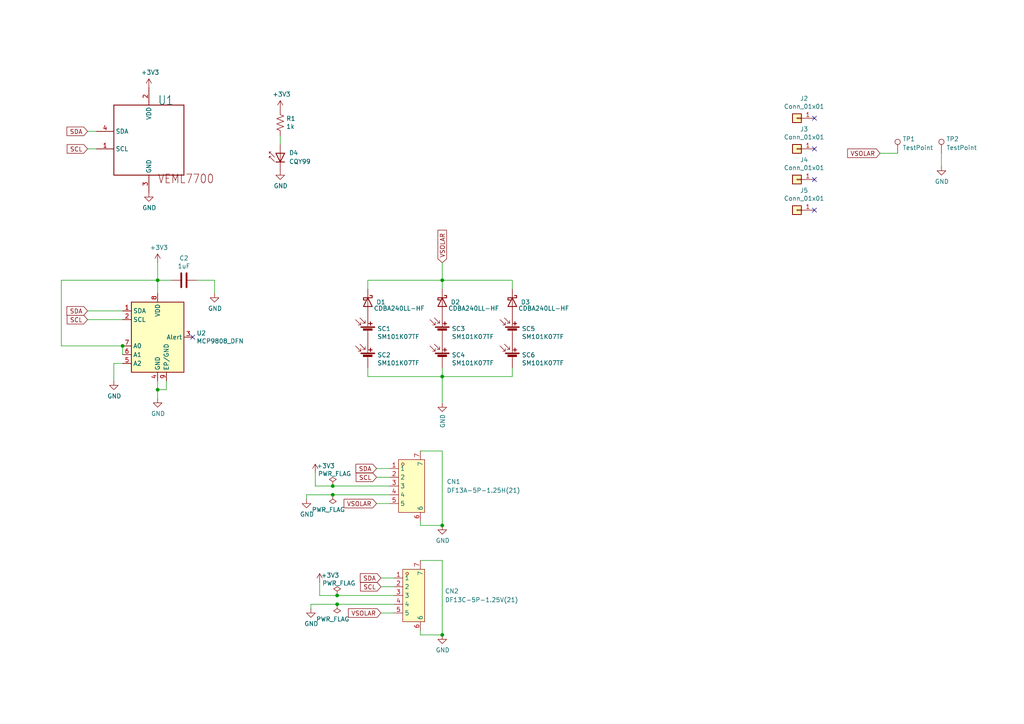
<source format=kicad_sch>
(kicad_sch (version 20250114) (generator "eeschema") (generator_version "9.0")
  (paper "A4")
  (title_block (title "XY Solar Panel Board") (date "2023-03-19") (rev "V3") (company "CPP BroncoSpace"))
  (lib_symbols
    (symbol "Adafruit VEML7700-eagle-import:VEML7700"
      (property "Reference" "IC" (at 2.54 10.16 0))
      (symbol "VEML7700_1_0"
        (polyline (pts (xy -10.16 10.16) (xy 10.16 10.16)) (stroke (width 0.254)))
        (polyline (pts (xy -10.16 -10.16) (xy -10.16 10.16)) (stroke (width 0.254)))
        (polyline (pts (xy 10.16 10.16) (xy 10.16 -10.16)) (stroke (width 0.254)))
        (polyline (pts (xy 10.16 -10.16) (xy -10.16 -10.16)) (stroke (width 0.254)))
        (text "VEML7700" (at 2.54 -12.7 0) (effects (font (size 2.54 2.159)) (justify left bottom)))
        (pin bidirectional line (at -15.24 2.54 0) (length 5.08) (name "SDA") (number "4"))
        (pin bidirectional line (at -15.24 -2.54 0) (length 5.08) (name "SCL") (number "1"))
        (pin power_in line (at 0 15.24 270) (length 5.08) (name "VDD") (number "2"))
        (pin power_in line (at 0 -15.24 90) (length 5.08) (name "GND") (number "3"))
      )
    )
    (symbol "Connector:TestPoint" (pin_numbers (hide yes)) (pin_names (offset 0.762) (hide yes))
      (property "Reference" "TP" (at 0 6.858 0))
      (property "Value" "TestPoint" (at 0 5.08 0))
      (symbol "TestPoint_0_1"
        (circle (center 0 3.302) (radius 0.762))
      )
      (symbol "TestPoint_1_1"
        (pin passive line (at 0 0 90) (length 2.54) (name "1") (number "1"))
      )
    )
    (symbol "Connector_Generic:Conn_01x01" (pin_names (offset 1.016) (hide yes))
      (property "Reference" "J" (at 0 2.54 0))
      (property "Value" "Conn_01x01" (at 0 -2.54 0))
      (symbol "Conn_01x01_1_1"
        (rectangle (start -1.27 1.27) (end 1.27 -1.27) (stroke (width 0.254)) (fill (type background)))
        (rectangle (start -1.27 0.127) (end 0 -0.127) (stroke (width 0.1524)))
        (pin passive line (at -5.08 0 0) (length 3.81) (name "Pin_1") (number "1"))
      )
    )
    (symbol "Device:C" (pin_numbers (hide yes)) (pin_names (offset 0.254))
      (property "Reference" "C" (at 0.635 2.54 0))
      (property "Value" "C" (at 0.635 -2.54 0))
      (symbol "C_0_1"
        (polyline (pts (xy -2.032 0.762) (xy 2.032 0.762)) (stroke (width 0.508)))
        (polyline (pts (xy -2.032 -0.762) (xy 2.032 -0.762)) (stroke (width 0.508)))
      )
      (symbol "C_1_1"
        (pin passive line (at 0 3.81 270) (length 2.794) (name "~") (number "1"))
        (pin passive line (at 0 -3.81 90) (length 2.794) (name "~") (number "2"))
      )
    )
    (symbol "Device:D_Schottky" (pin_numbers (hide yes)) (pin_names (offset 1.016) (hide yes))
      (property "Reference" "D" (at 0 2.54 0))
      (property "Value" "D_Schottky" (at 0 -2.54 0))
      (symbol "D_Schottky_0_1"
        (polyline (pts (xy -1.905 0.635) (xy -1.905 1.27) (xy -1.27 1.27) (xy -1.27 -1.27) (xy -0.635 -1.27) (xy -0.635 -0.635)) (stroke (width 0.254)))
        (polyline (pts (xy 1.27 1.27) (xy 1.27 -1.27) (xy -1.27 0) (xy 1.27 1.27)) (stroke (width 0.254)))
        (polyline (pts (xy 1.27 0) (xy -1.27 0)))
      )
      (symbol "D_Schottky_1_1"
        (pin passive line (at -3.81 0 0) (length 2.54) (name "K") (number "1"))
        (pin passive line (at 3.81 0 180) (length 2.54) (name "A") (number "2"))
      )
    )
    (symbol "Device:R_US" (pin_numbers (hide yes)) (pin_names (offset 0))
      (property "Reference" "R" (at 2.54 0 90))
      (property "Value" "R_US" (at -2.54 0 90))
      (symbol "R_US_0_1"
        (polyline (pts (xy 0 2.286) (xy 0 2.54)))
        (polyline (pts (xy 0 2.286) (xy 1.016 1.905) (xy 0 1.524) (xy -1.016 1.143) (xy 0 0.762)))
        (polyline (pts (xy 0 0.762) (xy 1.016 0.381) (xy 0 0) (xy -1.016 -0.381) (xy 0 -0.762)))
        (polyline (pts (xy 0 -0.762) (xy 1.016 -1.143) (xy 0 -1.524) (xy -1.016 -1.905) (xy 0 -2.286)))
        (polyline (pts (xy 0 -2.286) (xy 0 -2.54)))
      )
      (symbol "R_US_1_1"
        (pin passive line (at 0 3.81 270) (length 1.27) (name "~") (number "1"))
        (pin passive line (at 0 -3.81 90) (length 1.27) (name "~") (number "2"))
      )
    )
    (symbol "Device:Solar_Cell" (pin_numbers (hide yes)) (pin_names (offset 0) (hide yes))
      (property "Reference" "SC" (at 2.54 2.54 0))
      (property "Value" "Solar_Cell" (at 2.54 0 0))
      (symbol "Solar_Cell_0_1"
        (polyline (pts (xy -2.032 3.048) (xy -2.032 2.286) (xy -2.794 2.286)))
        (polyline (pts (xy -2.032 2.286) (xy -3.556 3.81)))
        (rectangle (start -2.032 1.778) (end 2.032 1.524) (fill (type outline)))
        (rectangle (start -1.3208 1.1938) (end 1.27 0.6858) (fill (type outline)))
        (polyline (pts (xy -0.762 3.556) (xy -0.762 2.794) (xy -1.524 2.794)))
        (polyline (pts (xy -0.762 2.794) (xy -2.286 4.318)))
        (polyline (pts (xy 0 1.778) (xy 0 2.54)))
        (polyline (pts (xy 0 0.762) (xy 0 0)))
        (polyline (pts (xy 0.254 2.667) (xy 1.27 2.667)) (stroke (width 0.254)))
        (polyline (pts (xy 0.762 3.175) (xy 0.762 2.159)) (stroke (width 0.254)))
      )
      (symbol "Solar_Cell_1_1"
        (pin passive line (at 0 5.08 270) (length 2.54) (name "+") (number "1"))
        (pin passive line (at 0 -2.54 90) (length 2.54) (name "-") (number "2"))
      )
    )
    (symbol "LED:CQY99" (pin_numbers (hide yes)) (pin_names (offset 1.016) (hide yes))
      (property "Reference" "D" (at 0.508 1.778 0))
      (property "Value" "CQY99" (at -1.016 -2.794 0))
      (symbol "CQY99_0_1"
        (polyline (pts (xy -2.54 1.27) (xy -2.54 -1.27)) (stroke (width 0.254)))
        (polyline (pts (xy -2.413 1.651) (xy -0.889 3.175) (xy -0.889 2.667) (xy -0.889 3.175) (xy -1.397 3.175)))
        (polyline (pts (xy -1.143 1.651) (xy 0.381 3.175) (xy 0.381 2.667)))
        (polyline (pts (xy 0 0) (xy -2.54 0)))
        (polyline (pts (xy 0 -1.27) (xy -2.54 0) (xy 0 1.27) (xy 0 -1.27)) (stroke (width 0.254)))
        (polyline (pts (xy 0.381 3.175) (xy -0.127 3.175)))
      )
      (symbol "CQY99_1_1"
        (pin passive line (at -5.08 0 0) (length 2.54) (name "K") (number "1"))
        (pin passive line (at 2.54 0 180) (length 2.54) (name "A") (number "2"))
      )
    )
    (symbol "Sensor_Temperature:MCP9808_DFN"
      (property "Reference" "U" (at -6.35 11.43 0))
      (property "Value" "MCP9808_DFN" (at 10.16 11.43 0))
      (symbol "MCP9808_DFN_0_1"
        (rectangle (start -7.62 10.16) (end 7.62 -10.16) (stroke (width 0.254)) (fill (type background)))
      )
      (symbol "MCP9808_DFN_1_1"
        (pin bidirectional line (at -10.16 7.62 0) (length 2.54) (name "SDA") (number "1"))
        (pin input line (at -10.16 5.08 0) (length 2.54) (name "SCL") (number "2"))
        (pin input line (at -10.16 -2.54 0) (length 2.54) (name "A0") (number "7"))
        (pin input line (at -10.16 -5.08 0) (length 2.54) (name "A1") (number "6"))
        (pin input line (at -10.16 -7.62 0) (length 2.54) (name "A2") (number "5"))
        (pin power_in line (at 0 12.7 270) (length 2.54) (name "VDD") (number "8"))
        (pin power_in line (at 0 -12.7 90) (length 2.54) (name "GND") (number "4"))
        (pin power_in line (at 2.54 -12.7 90) (length 2.54) (name "EP/GND") (number "9"))
        (pin output line (at 10.16 0 180) (length 2.54) (name "Alert") (number "3"))
      )
    )
    (symbol "easyeda2kicad:DF13A-5P-1.25H(21)"
      (property "Reference" "CN" (at 0 15.24 0))
      (property "Value" "DF13A-5P-1.25H(21)" (at 0 -15.24 0))
      (symbol "DF13A-5P-1.25H(21)_0_1"
        (rectangle (start -2.54 7.62) (end 5.08 -7.62) (fill (type background)))
        (circle (center -1.27 6.35) (radius 0.38))
        (pin unspecified line (at -5.08 5.08 0) (length 2.54) (name "1") (number "1"))
        (pin unspecified line (at -5.08 2.54 0) (length 2.54) (name "2") (number "2"))
        (pin unspecified line (at -5.08 0 0) (length 2.54) (name "3") (number "3"))
        (pin unspecified line (at -5.08 -2.54 0) (length 2.54) (name "4") (number "4"))
        (pin unspecified line (at -5.08 -5.08 0) (length 2.54) (name "5") (number "5"))
        (pin unspecified line (at 3.81 10.16 270) (length 2.54) (name "7") (number "7"))
        (pin unspecified line (at 3.81 -10.16 90) (length 2.54) (name "6") (number "6"))
      )
    )
    (symbol "easyeda2kicad:DF13C-5P-1.25V(21)"
      (property "Reference" "CN" (at 0 13.97 0))
      (property "Value" "DF13C-5P-1.25V(21)" (at 0 -16.51 0))
      (symbol "DF13C-5P-1.25V(21)_0_1"
        (rectangle (start -5.08 6.35) (end 1.27 -8.89) (fill (type background)))
        (circle (center -3.81 5.08) (radius 0.38))
        (pin unspecified line (at -7.62 3.81 0) (length 2.54) (name "1") (number "1"))
        (pin unspecified line (at -7.62 1.27 0) (length 2.54) (name "2") (number "2"))
        (pin unspecified line (at -7.62 -1.27 0) (length 2.54) (name "3") (number "3"))
        (pin unspecified line (at -7.62 -3.81 0) (length 2.54) (name "4") (number "4"))
        (pin unspecified line (at -7.62 -6.35 0) (length 2.54) (name "5") (number "5"))
        (pin unspecified line (at 0 8.89 270) (length 2.54) (name "7") (number "7"))
        (pin unspecified line (at 0 -11.43 90) (length 2.54) (name "6") (number "6"))
      )
    )
    (symbol "power:GND" (power) (pin_names (offset 0))
      (property "Value" "GND" (at 0 -3.81 0))
      (symbol "GND_0_1"
        (polyline (pts (xy 0 0) (xy 0 -1.27) (xy 1.27 -1.27) (xy 0 -2.54) (xy -1.27 -1.27) (xy 0 -1.27)))
      )
      (symbol "GND_1_1"
        (pin power_in line (at 0 0 270) (length 0) (hide yes) (name "GND") (number "1"))
      )
    )
    (symbol "power:PWR_FLAG" (power) (pin_numbers (hide yes)) (pin_names (offset 0) (hide yes))
      (property "Value" "PWR_FLAG" (at 0 3.81 0))
      (symbol "PWR_FLAG_0_0"
        (pin power_out line (at 0 0 90) (length 0) (name "pwr") (number "1"))
      )
      (symbol "PWR_FLAG_0_1"
        (polyline (pts (xy 0 0) (xy 0 1.27) (xy -1.016 1.905) (xy 0 2.54) (xy 1.016 1.905) (xy 0 1.27)))
      )
    )
    (symbol "solar-panel-NoCutout-rescue:+3.3V-power" (power) (pin_names (offset 0))
      (property "Value" "+3.3V-power" (at 0 3.556 0))
      (symbol "+3.3V-power_0_1"
        (polyline (pts (xy -0.762 1.27) (xy 0 2.54)))
        (polyline (pts (xy 0 2.54) (xy 0.762 1.27)))
        (polyline (pts (xy 0 0) (xy 0 2.54)))
      )
      (symbol "+3.3V-power_1_1"
        (pin power_in line (at 0 0 90) (length 0) (hide yes) (name "+3V3") (number "1"))
      )
    )
    (symbol "solar-panel-side-Z-rescue:+3.3V-power" (power) (pin_names (offset 0))
      (property "Value" "+3.3V-power" (at 0 3.556 0))
      (symbol "+3.3V-power_0_1"
        (polyline (pts (xy -0.762 1.27) (xy 0 2.54)))
        (polyline (pts (xy 0 2.54) (xy 0.762 1.27)))
        (polyline (pts (xy 0 0) (xy 0 2.54)))
      )
      (symbol "+3.3V-power_1_1"
        (pin power_in line (at 0 0 90) (length 0) (hide yes) (name "+3V3") (number "1"))
      )
    )
  )
  (junction (at 45.72 81.28))
  (junction (at 128.27 184.15))
  (junction (at 96.52 140.97))
  (junction (at 128.27 152.4))
  (junction (at 35.56 100.33))
  (junction (at 96.52 143.51))
  (junction (at 128.27 109.22))
  (junction (at 97.79 175.26))
  (junction (at 128.27 81.28))
  (junction (at 97.79 172.72))
  (junction (at 45.72 113.03))
  (no_connect (at 236.22 34.29))
  (no_connect (at 236.22 43.18))
  (no_connect (at 236.22 60.96))
  (no_connect (at 55.88 97.79))
  (no_connect (at 236.22 52.07))
  (wire (pts (xy 114.3 177.8) (xy 110.49 177.8)))
  (wire (pts (xy 45.72 76.2) (xy 45.72 81.28)))
  (wire (pts (xy 45.72 81.28) (xy 49.53 81.28)))
  (wire (pts (xy 97.79 172.72) (xy 92.71 172.72)))
  (wire (pts (xy 106.68 81.28) (xy 106.68 83.82)))
  (wire (pts (xy 35.56 105.41) (xy 33.02 105.41)))
  (wire (pts (xy 113.03 143.51) (xy 96.52 143.51)))
  (wire (pts (xy 25.4 92.71) (xy 35.56 92.71)))
  (wire (pts (xy 106.68 109.22) (xy 106.68 106.68)))
  (wire (pts (xy 90.17 176.53) (xy 90.17 175.26)))
  (wire (pts (xy 96.52 140.97) (xy 91.44 140.97)))
  (wire (pts (xy 113.03 135.89) (xy 109.22 135.89)))
  (wire (pts (xy 260.35 44.45) (xy 255.27 44.45)))
  (wire (pts (xy 113.03 138.43) (xy 109.22 138.43)))
  (wire (pts (xy 35.56 100.33) (xy 17.78 100.33)))
  (wire (pts (xy 121.92 182.88) (xy 121.92 184.15)))
  (wire (pts (xy 114.3 167.64) (xy 110.49 167.64)))
  (wire (pts (xy 27.94 38.1) (xy 25.4 38.1)))
  (wire (pts (xy 91.44 140.97) (xy 91.44 137.16)))
  (wire (pts (xy 45.72 110.49) (xy 45.72 113.03)))
  (wire (pts (xy 25.4 90.17) (xy 35.56 90.17)))
  (wire (pts (xy 128.27 81.28) (xy 148.59 81.28)))
  (wire (pts (xy 121.92 130.81) (xy 128.27 130.81)))
  (wire (pts (xy 35.56 100.33) (xy 35.56 102.87)))
  (wire (pts (xy 57.15 81.28) (xy 62.23 81.28)))
  (wire (pts (xy 113.03 146.05) (xy 109.22 146.05)))
  (wire (pts (xy 128.27 130.81) (xy 128.27 152.4)))
  (wire (pts (xy 48.26 113.03) (xy 45.72 113.03)))
  (wire (pts (xy 114.3 172.72) (xy 97.79 172.72)))
  (wire (pts (xy 121.92 162.56) (xy 128.27 162.56)))
  (wire (pts (xy 81.28 41.91) (xy 81.28 39.37)))
  (wire (pts (xy 106.68 81.28) (xy 128.27 81.28)))
  (wire (pts (xy 48.26 110.49) (xy 48.26 113.03)))
  (wire (pts (xy 97.79 175.26) (xy 90.17 175.26)))
  (wire (pts (xy 62.23 81.28) (xy 62.23 85.09)))
  (wire (pts (xy 45.72 113.03) (xy 45.72 115.57)))
  (wire (pts (xy 113.03 140.97) (xy 96.52 140.97)))
  (wire (pts (xy 128.27 109.22) (xy 148.59 109.22)))
  (wire (pts (xy 121.92 152.4) (xy 128.27 152.4)))
  (wire (pts (xy 273.05 44.45) (xy 273.05 48.26)))
  (wire (pts (xy 128.27 83.82) (xy 128.27 81.28)))
  (wire (pts (xy 33.02 105.41) (xy 33.02 110.49)))
  (wire (pts (xy 121.92 151.13) (xy 121.92 152.4)))
  (wire (pts (xy 17.78 81.28) (xy 45.72 81.28)))
  (wire (pts (xy 148.59 83.82) (xy 148.59 81.28)))
  (wire (pts (xy 96.52 143.51) (xy 88.9 143.51)))
  (wire (pts (xy 88.9 144.78) (xy 88.9 143.51)))
  (wire (pts (xy 106.68 109.22) (xy 128.27 109.22)))
  (wire (pts (xy 25.4 43.18) (xy 27.94 43.18)))
  (wire (pts (xy 114.3 170.18) (xy 110.49 170.18)))
  (wire (pts (xy 128.27 109.22) (xy 128.27 106.68)))
  (wire (pts (xy 92.71 172.72) (xy 92.71 168.91)))
  (wire (pts (xy 128.27 162.56) (xy 128.27 184.15)))
  (wire (pts (xy 45.72 81.28) (xy 45.72 85.09)))
  (wire (pts (xy 148.59 109.22) (xy 148.59 106.68)))
  (wire (pts (xy 121.92 184.15) (xy 128.27 184.15)))
  (wire (pts (xy 128.27 81.28) (xy 128.27 76.2)))
  (wire (pts (xy 17.78 100.33) (xy 17.78 81.28)))
  (wire (pts (xy 128.27 116.84) (xy 128.27 109.22)))
  (wire (pts (xy 114.3 175.26) (xy 97.79 175.26)))
  (global_label "SDA" (shape input) (at 110.49 167.64 180) (property "Intersheetrefs" "${INTERSHEET_REFS}" (effects (hide yes))))
  (global_label "VSOLAR" (shape input) (at 128.27 76.2 90) (property "Intersheetrefs" "${INTERSHEET_REFS}" (effects (hide yes))))
  (global_label "VSOLAR" (shape input) (at 255.27 44.45 180) (property "Intersheetrefs" "${INTERSHEET_REFS}" (effects (hide yes))))
  (global_label "SDA" (shape input) (at 25.4 38.1 180) (property "Intersheetrefs" "${INTERSHEET_REFS}" (effects (hide yes))))
  (global_label "VSOLAR" (shape input) (at 109.22 146.05 180) (property "Intersheetrefs" "${INTERSHEET_REFS}" (effects (hide yes))))
  (global_label "SDA" (shape input) (at 109.22 135.89 180) (property "Intersheetrefs" "${INTERSHEET_REFS}" (effects (hide yes))))
  (global_label "SCL" (shape input) (at 25.4 92.71 180) (property "Intersheetrefs" "${INTERSHEET_REFS}" (effects (hide yes))))
  (global_label "SCL" (shape input) (at 109.22 138.43 180) (property "Intersheetrefs" "${INTERSHEET_REFS}" (effects (hide yes))))
  (global_label "SCL" (shape input) (at 25.4 43.18 180) (property "Intersheetrefs" "${INTERSHEET_REFS}" (effects (hide yes))))
  (global_label "VSOLAR" (shape input) (at 110.49 177.8 180) (property "Intersheetrefs" "${INTERSHEET_REFS}" (effects (hide yes))))
  (global_label "SDA" (shape input) (at 25.4 90.17 180) (property "Intersheetrefs" "${INTERSHEET_REFS}" (effects (hide yes))))
  (global_label "SCL" (shape input) (at 110.49 170.18 180) (property "Intersheetrefs" "${INTERSHEET_REFS}" (effects (hide yes))))
  (symbol (lib_id "Connector_Generic:Conn_01x01") (at 231.14 34.29 180) (unit 1)
    (property "Reference" "J2" (at 233.2228 28.575 0))
    (property "Value" "Conn_01x01" (at 233.2228 30.8864 0))
    (property "Footprint" "SolarPanelBoards:MountingHoles" (effects (hide yes)))
  )
  (symbol (lib_id "Connector_Generic:Conn_01x01") (at 231.14 43.18 180) (unit 1)
    (property "Reference" "J3" (at 233.2228 37.465 0))
    (property "Value" "Conn_01x01" (at 233.2228 39.7764 0))
    (property "Footprint" "SolarPanelBoards:MountingHoles" (effects (hide yes)))
  )
  (symbol (lib_id "Connector_Generic:Conn_01x01") (at 231.14 52.07 180) (unit 1)
    (property "Reference" "J4" (at 233.2228 46.355 0))
    (property "Value" "Conn_01x01" (at 233.2228 48.6664 0))
    (property "Footprint" "SolarPanelBoards:MountingHoles" (effects (hide yes)))
  )
  (symbol (lib_id "Connector_Generic:Conn_01x01") (at 231.14 60.96 180) (unit 1)
    (property "Reference" "J5" (at 233.2228 55.245 0))
    (property "Value" "Conn_01x01" (at 233.2228 57.5564 0))
    (property "Footprint" "SolarPanelBoards:MountingHoles" (effects (hide yes)))
  )
  (symbol (lib_id "power:GND") (at 88.9 144.78 0) (unit 1)
    (property "Reference" "#PWR0109" (effects (hide yes)))
    (property "Value" "GND" (at 89.027 149.1742 0))
  )
  (symbol (lib_id "power:GND") (at 81.28 49.53 0) (unit 1)
    (property "Reference" "#PWR0107" (effects (hide yes)))
    (property "Value" "GND" (at 81.407 53.9242 0))
  )
  (symbol (lib_id "Device:Solar_Cell") (at 128.27 104.14 0) (unit 1)
    (property "Reference" "SC4" (at 131.0132 102.9716 0) (effects (justify left)))
    (property "Value" "SM101K07TF" (at 131.0132 105.283 0) (effects (justify left)))
    (property "Footprint" "SolarPanelBoards:KXOB101K08F-TR" (effects (hide yes)))
  )
  (symbol (lib_id "power:GND") (at 45.72 115.57 0) (unit 1)
    (property "Reference" "#PWR0116" (effects (hide yes)))
    (property "Value" "GND" (at 45.847 119.9642 0))
  )
  (symbol (lib_id "power:PWR_FLAG") (at 96.52 140.97 0) (unit 1)
    (property "Reference" "#FLG0105" (effects (hide yes)))
    (property "Value" "PWR_FLAG" (at 97.028 137.414 0))
  )
  (symbol (lib_id "solar-panel-NoCutout-rescue:+3.3V-power") (at 91.44 137.16 0) (unit 1)
    (property "Reference" "#PWR0122" (effects (hide yes)))
    (property "Value" "+3V3" (at 94.488 135.128 0))
  )
  (symbol (lib_id "Device:Solar_Cell") (at 106.68 104.14 0) (unit 1)
    (property "Reference" "SC2" (at 109.4232 102.9716 0) (effects (justify left)))
    (property "Value" "SM101K07TF" (at 109.4232 105.283 0) (effects (justify left)))
    (property "Footprint" "SolarPanelBoards:KXOB101K08F-TR" (effects (hide yes)))
  )
  (symbol (lib_id "power:GND") (at 90.17 176.53 0) (unit 1)
    (property "Reference" "#PWR0110" (effects (hide yes)))
    (property "Value" "GND" (at 90.297 180.9242 0))
  )
  (symbol (lib_id "solar-panel-side-Z-rescue:+3.3V-power") (at 43.18 25.4 0) (unit 1)
    (property "Reference" "#PWR0101" (effects (hide yes)))
    (property "Value" "+3V3" (at 43.561 21.0058 0))
  )
  (symbol (lib_id "Device:D_Schottky") (at 148.59 87.63 270) (unit 1)
    (property "Reference" "D3" (at 152.4 87.63 90))
    (property "Value" "CDBA240LL-HF" (at 165.1 90.17 90) (effects (justify right bottom)))
    (property "Footprint" "SolarPanelBoards:DO-214AC" (effects (hide yes)))
  )
  (symbol (lib_id "solar-panel-side-Z-rescue:+3.3V-power") (at 45.72 76.2 0) (unit 1)
    (property "Reference" "#PWR0105" (effects (hide yes)))
    (property "Value" "+3V3" (at 46.101 71.8058 0))
  )
  (symbol (lib_id "Connector:TestPoint") (at 260.35 44.45 0) (unit 1)
    (property "Reference" "TP1" (at 261.747 40.3133 0) (effects (justify left)))
    (property "Value" "TestPoint" (at 261.747 42.8502 0) (effects (justify left)))
    (property "Footprint" "SolarPanelBoards:Test Pad" (effects (hide yes)))
  )
  (symbol (lib_id "power:PWR_FLAG") (at 97.79 175.26 180) (unit 1)
    (property "Reference" "#FLG0108" (effects (hide yes)))
    (property "Value" "PWR_FLAG" (at 96.52 179.578 0))
  )
  (symbol (lib_id "Connector:TestPoint") (at 273.05 44.45 0) (unit 1)
    (property "Reference" "TP2" (at 274.447 40.3133 0) (effects (justify left)))
    (property "Value" "TestPoint" (at 274.447 42.8502 0) (effects (justify left)))
    (property "Footprint" "SolarPanelBoards:Test Pad" (effects (hide yes)))
  )
  (symbol (lib_id "Device:C") (at 53.34 81.28 90) (unit 1)
    (property "Reference" "C2" (at 53.34 74.8792 90))
    (property "Value" "1uF" (at 53.34 77.1906 90))
    (property "Footprint" "Capacitor_SMD:C_0805_2012Metric" (effects (hide yes)))
  )
  (symbol (lib_id "LED:CQY99") (at 81.28 44.45 90) (unit 1)
    (property "Reference" "D4" (at 83.82 44.3229 90) (effects (justify right)))
    (property "Value" "CQY99" (at 83.82 46.8629 90) (effects (justify right)))
    (property "Footprint" "LED_SMD:LED_0603_1608Metric" (effects (hide yes)))
    (property "Datasheet" "https://www.prtice.info/IMG/pdf/CQY99.pdf" (effects (hide yes)))
  )
  (symbol (lib_id "Adafruit VEML7700-eagle-import:VEML7700") (at 43.18 40.64 0) (unit 1)
    (property "Reference" "U1" (at 45.72 30.48 0) (effects (font (size 2.54 2.159)) (justify left bottom)))
    (property "Value" "VEML7700" (effects (hide yes)))
    (property "Footprint" "VEML7700-TT:XDCR_VEML7700-TT" (effects (hide yes)))
  )
  (symbol (lib_id "power:GND") (at 128.27 116.84 0) (unit 1)
    (property "Reference" "#PWR0121" (effects (hide yes)))
    (property "Value" "GND" (at 128.397 120.0912 90) (effects (justify right)))
  )
  (symbol (lib_id "easyeda2kicad:DF13A-5P-1.25H(21)") (at 118.11 140.97 0) (unit 1)
    (property "Reference" "CN1" (at 129.54 139.7 0) (effects (justify left)))
    (property "Value" "DF13A-5P-1.25H(21)" (at 129.54 142.24 0) (effects (justify left)))
    (property "Footprint" "easyeda2kicad:CONN-SMD_5P-P1.25_HRS_DF13A-5P-1.25H" (effects (hide yes)))
    (property "LCSC Part" "C2833085" (effects (hide yes)))
  )
  (symbol (lib_id "power:GND") (at 128.27 152.4 0) (unit 1)
    (property "Reference" "#PWR0111" (effects (hide yes)))
    (property "Value" "GND" (at 128.397 156.7942 0))
  )
  (symbol (lib_id "power:PWR_FLAG") (at 96.52 143.51 180) (unit 1)
    (property "Reference" "#FLG0106" (effects (hide yes)))
    (property "Value" "PWR_FLAG" (at 95.25 147.828 0))
  )
  (symbol (lib_id "Device:D_Schottky") (at 106.68 87.63 270) (unit 1)
    (property "Reference" "D1" (at 110.49 87.63 90))
    (property "Value" "CDBA240LL-HF" (at 123.19 90.17 90) (effects (justify right bottom)))
    (property "Footprint" "SolarPanelBoards:DO-214AC" (effects (hide yes)))
  )
  (symbol (lib_id "power:GND") (at 43.18 55.88 0) (unit 1)
    (property "Reference" "#PWR0103" (effects (hide yes)))
    (property "Value" "GND" (at 43.307 60.2742 0))
  )
  (symbol (lib_id "power:GND") (at 128.27 184.15 0) (unit 1)
    (property "Reference" "#PWR0113" (effects (hide yes)))
    (property "Value" "GND" (at 128.397 188.5442 0))
  )
  (symbol (lib_id "solar-panel-side-Z-rescue:+3.3V-power") (at 81.28 31.75 0) (unit 1)
    (property "Reference" "#PWR0106" (effects (hide yes)))
    (property "Value" "+3V3" (at 81.661 27.3558 0))
  )
  (symbol (lib_id "Device:R_US") (at 81.28 35.56 0) (unit 1)
    (property "Reference" "R1" (at 83.0072 34.3916 0) (effects (justify left)))
    (property "Value" "1k" (at 83.0072 36.703 0) (effects (justify left)))
    (property "Footprint" "Resistor_SMD:R_0603_1608Metric" (effects (hide yes)))
  )
  (symbol (lib_id "power:GND") (at 62.23 85.09 0) (unit 1)
    (property "Reference" "#PWR0104" (effects (hide yes)))
    (property "Value" "GND" (at 62.357 89.4842 0))
  )
  (symbol (lib_id "Sensor_Temperature:MCP9808_DFN") (at 45.72 97.79 0) (unit 1)
    (property "Reference" "U2" (at 56.9976 96.6216 0) (effects (justify left)))
    (property "Value" "MCP9808_DFN" (at 56.9976 98.933 0) (effects (justify left)))
    (property "Footprint" "Package_SO:MSOP-8-1EP_3x3mm_P0.65mm_EP1.5x1.8mm_ThermalVias" (effects (hide yes)))
    (property "Datasheet" "http://ww1.microchip.com/downloads/en/DeviceDoc/MCP9808-0.5C-Maximum-Accuracy-Digital-Temperature-Sensor-Data-Sheet-DS20005095B.pdf" (effects (hide yes)))
  )
  (symbol (lib_id "power:GND") (at 33.02 110.49 0) (unit 1)
    (property "Reference" "#PWR0112" (effects (hide yes)))
    (property "Value" "GND" (at 33.147 114.8842 0))
  )
  (symbol (lib_id "Device:Solar_Cell") (at 148.59 96.52 0) (unit 1)
    (property "Reference" "SC5" (at 151.3332 95.3516 0) (effects (justify left)))
    (property "Value" "SM101K07TF" (at 151.3332 97.663 0) (effects (justify left)))
    (property "Footprint" "SolarPanelBoards:KXOB101K08F-TR" (effects (hide yes)))
  )
  (symbol (lib_id "solar-panel-NoCutout-rescue:+3.3V-power") (at 92.71 168.91 0) (unit 1)
    (property "Reference" "#PWR0123" (effects (hide yes)))
    (property "Value" "+3V3" (at 95.758 166.878 0))
  )
  (symbol (lib_id "power:PWR_FLAG") (at 97.79 172.72 0) (unit 1)
    (property "Reference" "#FLG0107" (effects (hide yes)))
    (property "Value" "PWR_FLAG" (at 98.298 169.164 0))
  )
  (symbol (lib_id "easyeda2kicad:DF13C-5P-1.25V(21)") (at 121.92 171.45 0) (unit 1)
    (property "Reference" "CN2" (at 129.032 171.45 0) (effects (justify left)))
    (property "Value" "DF13C-5P-1.25V(21)" (at 129.032 173.99 0) (effects (justify left)))
    (property "Footprint" "easyeda2kicad:CONN-SMD_DF13C-5P-1.25V-21" (effects (hide yes)))
    (property "Datasheet" "https://lcsc.com/product-detail/Connectors_HRS_DF13C-5P-1-25V-21_DF13C-5P-1-25V-5p-1-25mm_C116889.html" (effects (hide yes)))
    (property "LCSC Part" "C116889" (effects (hide yes)))
  )
  (symbol (lib_id "Device:Solar_Cell") (at 106.68 96.52 0) (unit 1)
    (property "Reference" "SC1" (at 109.4232 95.3516 0) (effects (justify left)))
    (property "Value" "SM101K07TF" (at 109.4232 97.663 0) (effects (justify left)))
    (property "Footprint" "SolarPanelBoards:KXOB101K08F-TR" (effects (hide yes)))
  )
  (symbol (lib_id "Device:Solar_Cell") (at 148.59 104.14 0) (unit 1)
    (property "Reference" "SC6" (at 151.3332 102.9716 0) (effects (justify left)))
    (property "Value" "SM101K07TF" (at 151.3332 105.283 0) (effects (justify left)))
    (property "Footprint" "SolarPanelBoards:KXOB101K08F-TR" (effects (hide yes)))
  )
  (symbol (lib_id "Device:Solar_Cell") (at 128.27 96.52 0) (unit 1)
    (property "Reference" "SC3" (at 131.0132 95.3516 0) (effects (justify left)))
    (property "Value" "SM101K07TF" (at 131.0132 97.663 0) (effects (justify left)))
    (property "Footprint" "SolarPanelBoards:KXOB101K08F-TR" (effects (hide yes)))
  )
  (symbol (lib_id "power:GND") (at 273.05 48.26 0) (unit 1)
    (property "Reference" "#PWR0120" (effects (hide yes)))
    (property "Value" "GND" (at 273.177 52.6542 0))
  )
  (symbol (lib_id "Device:D_Schottky") (at 128.27 87.63 270) (unit 1)
    (property "Reference" "D2" (at 132.08 87.63 90))
    (property "Value" "CDBA240LL-HF" (at 144.78 90.17 90) (effects (justify right bottom)))
    (property "Footprint" "SolarPanelBoards:DO-214AC" (effects (hide yes)))
  )
)
</source>
